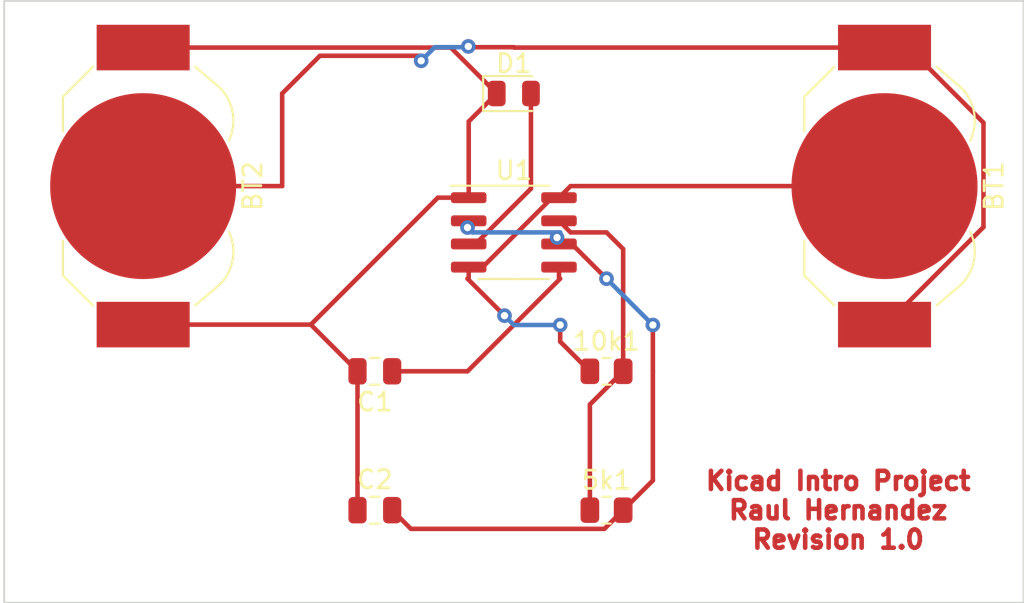
<source format=kicad_pcb>
(kicad_pcb (version 20211014) (generator pcbnew)
  (layers (0 "F.Cu" signal) (31 "B.Cu" signal) (34 "B.Paste" user) (35 "F.Paste" user) (36 "B.SilkS" user "B.Silkscreen") (37 "F.SilkS" user "F.Silkscreen") (38 "B.Mask" user) (39 "F.Mask" user) (44 "Edge.Cuts" user))
  (net 0 "")
  (net 1 "Net-(5k1-Pad1)")
  (net 2 "Net-(C2-Pad2)")
  (net 3 "VCC")
  (net 4 "Net-(BT1-Pad1)")
  (net 5 "GND")
  (net 6 "Net-(C1-Pad1)")
  (net 7 "Net-(U1-Pad3)")
  (footprint "Resistor_SMD:R_0805_2012Metric" (layer "F.Cu") (at 180.34 81.28)
    (fp_text reference "10k1" (at 0 -1.65) (layer "F.SilkS"))
    (fp_text value "10000")
    (fp_line (start -0.227064 0.735) (end 0.227064 0.735) (layer "F.SilkS") (width 0.12))
    (fp_line (start -0.227064 -0.735) (end 0.227064 -0.735) (layer "F.SilkS") (width 0.12))
    (pad "1" smd roundrect (at -0.9125 0) (size 1.025 1.4) (layers "F.Cu" "F.Paste" "F.Mask") (roundrect_rratio 0.243902439) (net 3 "VCC"))
    (pad "2" smd roundrect (at 0.9125 0) (size 1.025 1.4) (layers "F.Cu" "F.Paste" "F.Mask") (roundrect_rratio 0.243902439) (net 1 "Net-(5k1-Pad1)"))
  )
  (footprint "Battery:BatteryHolder_LINX_BAT-HLD-012-SMT" (layer "F.Cu") (at 154.94 71.12 90)
    (fp_text reference "BT2" (at 0 6 90) (layer "F.SilkS"))
    (fp_text value "3V")
    (fp_line (start -6.55 2.85) (end -5.4 4.2) (layer "F.SilkS") (width 0.12))
    (fp_line (start 6.55 2.85) (end 5.4 4.2) (layer "F.SilkS") (width 0.12))
    (fp_line (start 4.9 -4.4) (end 6.55 -2.75) (layer "F.SilkS") (width 0.12))
    (fp_line (start -4.9 -4.4) (end -3 -4.4) (layer "F.SilkS") (width 0.12))
    (fp_line (start 4.9 -4.4) (end 3 -4.4) (layer "F.SilkS") (width 0.12))
    (fp_line (start -6.55 -2.75) (end -4.9 -4.4) (layer "F.SilkS") (width 0.12))
    (fp_arc (start -2.504098 4.697607) (mid -4.031094 4.908816) (end -5.4 4.2) (layer "F.SilkS") (width 0.12))
    (fp_arc (start 5.4 4.2) (mid 4.029781 4.909041) (end 2.501694 4.696459) (layer "F.SilkS") (width 0.12))
    (pad "1" smd rect (at 7.6 0 90) (size 2.5 5.1) (layers "F.Cu" "F.Paste" "F.Mask") (net 5 "GND"))
    (pad "1" smd rect (at -7.6 0 90) (size 2.5 5.1) (layers "F.Cu" "F.Paste" "F.Mask") (net 5 "GND"))
    (pad "2" smd circle (at 0 0 90) (size 10.2 10.2) (layers "F.Cu" "F.Mask") (net 4 "Net-(BT1-Pad1)"))
  )
  (footprint "LED_SMD:LED_0805_2012Metric" (layer "F.Cu") (at 175.26 66.04)
    (fp_text reference "D1" (at 0 -1.65) (layer "F.SilkS"))
    (fp_text value "LED")
    (fp_line (start -1.685 -0.96) (end -1.685 0.96) (layer "F.SilkS") (width 0.12))
    (fp_line (start 1 -0.96) (end -1.685 -0.96) (layer "F.SilkS") (width 0.12))
    (fp_line (start -1.685 0.96) (end 1 0.96) (layer "F.SilkS") (width 0.12))
    (pad "1" smd roundrect (at -0.9375 0) (size 0.975 1.4) (layers "F.Cu" "F.Paste" "F.Mask") (net 5 "GND"))
    (pad "2" smd roundrect (at 0.9375 0) (size 0.975 1.4) (layers "F.Cu" "F.Paste" "F.Mask") (net 7 "Net-(U1-Pad3)"))
  )
  (footprint "Capacitor_SMD:C_0805_2012Metric" (layer "F.Cu") (at 167.64 81.28 180)
    (fp_text reference "C1" (at 0 -1.68) (layer "F.SilkS"))
    (fp_text value "0.01µF")
    (fp_line (start -0.261252 -0.735) (end 0.261252 -0.735) (layer "F.SilkS") (width 0.12))
    (fp_line (start -0.261252 0.735) (end 0.261252 0.735) (layer "F.SilkS") (width 0.12))
    (pad "1" smd roundrect (at -0.95 0 180) (size 1 1.45) (layers "F.Cu" "F.Paste" "F.Mask") (net 6 "Net-(C1-Pad1)"))
    (pad "2" smd roundrect (at 0.95 0 180) (size 1 1.45) (layers "F.Cu" "F.Paste" "F.Mask") (net 5 "GND"))
  )
  (footprint "Package_SO:SOIC-8_3.9x4.9mm_P1.27mm" (layer "F.Cu") (at 175.26 73.66)
    (fp_text reference "U1" (at 0 -3.4) (layer "F.SilkS"))
    (fp_text value "LM555xM")
    (fp_line (start 0 2.56) (end -1.95 2.56) (layer "F.SilkS") (width 0.12))
    (fp_line (start 0 -2.56) (end -3.45 -2.56) (layer "F.SilkS") (width 0.12))
    (fp_line (start 0 2.56) (end 1.95 2.56) (layer "F.SilkS") (width 0.12))
    (fp_line (start 0 -2.56) (end 1.95 -2.56) (layer "F.SilkS") (width 0.12))
    (pad "1" smd roundrect (at -2.475 -1.905) (size 1.95 0.6) (layers "F.Cu" "F.Paste" "F.Mask") (net 5 "GND"))
    (pad "2" smd roundrect (at -2.475 -0.635) (size 1.95 0.6) (layers "F.Cu" "F.Paste" "F.Mask") (net 2 "Net-(C2-Pad2)"))
    (pad "3" smd roundrect (at -2.475 0.635) (size 1.95 0.6) (layers "F.Cu" "F.Paste" "F.Mask") (net 7 "Net-(U1-Pad3)"))
    (pad "4" smd roundrect (at -2.475 1.905) (size 1.95 0.6) (layers "F.Cu" "F.Paste" "F.Mask") (net 3 "VCC"))
    (pad "5" smd roundrect (at 2.475 1.905) (size 1.95 0.6) (layers "F.Cu" "F.Paste" "F.Mask") (net 6 "Net-(C1-Pad1)"))
    (pad "6" smd roundrect (at 2.475 0.635) (size 1.95 0.6) (layers "F.Cu" "F.Paste" "F.Mask") (net 2 "Net-(C2-Pad2)"))
    (pad "7" smd roundrect (at 2.475 -0.635) (size 1.95 0.6) (layers "F.Cu" "F.Paste" "F.Mask") (net 1 "Net-(5k1-Pad1)"))
    (pad "8" smd roundrect (at 2.475 -1.905) (size 1.95 0.6) (layers "F.Cu" "F.Paste" "F.Mask") (net 3 "VCC"))
  )
  (footprint "Capacitor_SMD:C_0805_2012Metric" (layer "F.Cu") (at 167.64 88.9)
    (fp_text reference "C2" (at 0 -1.68) (layer "F.SilkS"))
    (fp_text value "10uF")
    (fp_line (start -0.261252 -0.735) (end 0.261252 -0.735) (layer "F.SilkS") (width 0.12))
    (fp_line (start -0.261252 0.735) (end 0.261252 0.735) (layer "F.SilkS") (width 0.12))
    (pad "1" smd roundrect (at -0.95 0) (size 1 1.45) (layers "F.Cu" "F.Paste" "F.Mask") (net 5 "GND"))
    (pad "2" smd roundrect (at 0.95 0) (size 1 1.45) (layers "F.Cu" "F.Paste" "F.Mask") (net 2 "Net-(C2-Pad2)"))
  )
  (footprint "Battery:BatteryHolder_LINX_BAT-HLD-012-SMT" (layer "F.Cu") (at 195.58 71.12 90)
    (fp_text reference "BT1" (at 0 6 90) (layer "F.SilkS"))
    (fp_text value "3V")
    (fp_line (start 4.9 -4.4) (end 3 -4.4) (layer "F.SilkS") (width 0.12))
    (fp_line (start -6.55 2.85) (end -5.4 4.2) (layer "F.SilkS") (width 0.12))
    (fp_line (start 6.55 2.85) (end 5.4 4.2) (layer "F.SilkS") (width 0.12))
    (fp_line (start 4.9 -4.4) (end 6.55 -2.75) (layer "F.SilkS") (width 0.12))
    (fp_line (start -6.55 -2.75) (end -4.9 -4.4) (layer "F.SilkS") (width 0.12))
    (fp_line (start -4.9 -4.4) (end -3 -4.4) (layer "F.SilkS") (width 0.12))
    (fp_arc (start 5.4 4.2) (mid 4.029781 4.909041) (end 2.501694 4.696459) (layer "F.SilkS") (width 0.12))
    (fp_arc (start -2.504098 4.697607) (mid -4.031094 4.908816) (end -5.4 4.2) (layer "F.SilkS") (width 0.12))
    (pad "1" smd rect (at 7.6 0 90) (size 2.5 5.1) (layers "F.Cu" "F.Paste" "F.Mask") (net 4 "Net-(BT1-Pad1)"))
    (pad "1" smd rect (at -7.6 0 90) (size 2.5 5.1) (layers "F.Cu" "F.Paste" "F.Mask") (net 4 "Net-(BT1-Pad1)"))
    (pad "2" smd circle (at 0 0 90) (size 10.2 10.2) (layers "F.Cu" "F.Mask") (net 3 "VCC"))
  )
  (footprint "Resistor_SMD:R_0805_2012Metric" (layer "F.Cu") (at 180.34 88.9)
    (fp_text reference "5k1" (at 0 -1.65) (layer "F.SilkS"))
    (fp_text value "5000")
    (fp_line (start -0.227064 0.735) (end 0.227064 0.735) (layer "F.SilkS") (width 0.12))
    (fp_line (start -0.227064 -0.735) (end 0.227064 -0.735) (layer "F.SilkS") (width 0.12))
    (pad "1" smd roundrect (at -0.9125 0) (size 1.025 1.4) (layers "F.Cu" "F.Paste" "F.Mask") (roundrect_rratio 0.243902439) (net 1 "Net-(5k1-Pad1)"))
    (pad "2" smd roundrect (at 0.9125 0) (size 1.025 1.4) (layers "F.Cu" "F.Paste" "F.Mask") (roundrect_rratio 0.243902439) (net 2 "Net-(C2-Pad2)"))
  )
  (gr_rect (start 147.32 60.96) (end 203.2 93.98) (layer "Edge.Cuts") (width 0.1) (fill none))
  (gr_text "Kicad Intro Project\nRaul Hernandez\nRevision 1.0\n" (at 193.04 88.9) (layer "F.Cu") (effects (font (size 1 1) (thickness 0.25))))
  (segment (start 179.4275 83.105) (end 181.2525 81.28) (width 0.25) (layer "F.Cu") (net 1))
  (segment (start 177.735 73.025) (end 178.37 73.66) (width 0.25) (layer "F.Cu") (net 1))
  (segment (start 178.37 73.66) (end 180.34 73.66) (width 0.25) (layer "F.Cu") (net 1))
  (segment (start 179.4275 88.9) (end 179.4275 83.105) (width 0.25) (layer "F.Cu") (net 1))
  (segment (start 181.2525 74.5725) (end 181.2525 81.28) (width 0.25) (layer "F.Cu") (net 1))
  (segment (start 180.34 73.66) (end 181.2525 74.5725) (width 0.25) (layer "F.Cu") (net 1))
  (segment (start 182.88 87.2725) (end 182.88 81.28) (width 0.25) (layer "F.Cu") (net 2))
  (segment (start 181.2525 88.9) (end 182.88 87.2725) (width 0.25) (layer "F.Cu") (net 2))
  (segment (start 177.735 74.295) (end 177.8 74.23) (width 0.25) (layer "F.Cu") (net 2))
  (segment (start 177.735 74.295) (end 178.435 74.295) (width 0.25) (layer "F.Cu") (net 2))
  (segment (start 172.785 73.025) (end 172.785 73.3305) (width 0.25) (layer "F.Cu") (net 2))
  (segment (start 178.435 74.295) (end 180.34 76.2) (width 0.25) (layer "F.Cu") (net 2))
  (segment (start 182.88 81.28) (end 182.88 78.74) (width 0.25) (layer "F.Cu") (net 2))
  (segment (start 177.627701 73.942299) (end 177.627701 74.187701) (width 0.25) (layer "F.Cu") (net 2))
  (segment (start 168.59 88.9) (end 169.615 89.925) (width 0.25) (layer "F.Cu") (net 2))
  (segment (start 177.627701 74.187701) (end 177.735 74.295) (width 0.25) (layer "F.Cu") (net 2))
  (segment (start 180.2275 89.925) (end 181.2525 88.9) (width 0.25) (layer "F.Cu") (net 2))
  (segment (start 172.785 73.3305) (end 172.72 73.3955) (width 0.25) (layer "F.Cu") (net 2))
  (segment (start 169.615 89.925) (end 180.2275 89.925) (width 0.25) (layer "F.Cu") (net 2))
  (via (at 182.88 78.74) (size 0.8) (drill 0.4) (layers "F.Cu" "B.Cu") (net 2))
  (via (at 177.627701 73.942299) (size 0.8) (drill 0.4) (layers "F.Cu" "B.Cu") (net 2))
  (via (at 180.34 76.2) (size 0.8) (drill 0.4) (layers "F.Cu" "B.Cu") (net 2))
  (via (at 172.72 73.3955) (size 0.8) (drill 0.4) (layers "F.Cu" "B.Cu") (net 2))
  (segment (start 182.88 78.74) (end 180.34 76.2) (width 0.25) (layer "B.Cu") (net 2))
  (segment (start 177.8 73.77) (end 177.627701 73.942299) (width 0.25) (layer "B.Cu") (net 2))
  (segment (start 177.8 73.66) (end 177.8 73.77) (width 0.25) (layer "B.Cu") (net 2))
  (segment (start 172.72 73.3955) (end 172.9845 73.66) (width 0.25) (layer "B.Cu") (net 2))
  (segment (start 172.9845 73.66) (end 177.8 73.66) (width 0.25) (layer "B.Cu") (net 2))
  (segment (start 178.37 71.12) (end 195.58 71.12) (width 0.25) (layer "F.Cu") (net 3))
  (segment (start 177.358249 71.755) (end 177.735 71.755) (width 0.25) (layer "F.Cu") (net 3))
  (segment (start 173.548249 75.565) (end 177.358249 71.755) (width 0.25) (layer "F.Cu") (net 3))
  (segment (start 177.735 71.755) (end 178.37 71.12) (width 0.25) (layer "F.Cu") (net 3))
  (segment (start 172.785 75.565) (end 172.785 76.135) (width 0.25) (layer "F.Cu") (net 3))
  (segment (start 177.8 79.6525) (end 179.109302 80.961802) (width 0.25) (layer "F.Cu") (net 3))
  (segment (start 172.785 75.565) (end 173.548249 75.565) (width 0.25) (layer "F.Cu") (net 3))
  (segment (start 177.8 78.74) (end 177.8 79.6525) (width 0.25) (layer "F.Cu") (net 3))
  (segment (start 172.72 76.2) (end 174.7477 78.2277) (width 0.25) (layer "F.Cu") (net 3))
  (segment (start 172.785 76.135) (end 172.72 76.2) (width 0.25) (layer "F.Cu") (net 3))
  (via (at 177.8 78.74) (size 0.8) (drill 0.4) (layers "F.Cu" "B.Cu") (net 3))
  (via (at 174.7477 78.2277) (size 0.8) (drill 0.4) (layers "F.Cu" "B.Cu") (net 3))
  (segment (start 174.7477 78.2277) (end 175.26 78.74) (width 0.25) (layer "B.Cu") (net 3))
  (segment (start 175.26 78.74) (end 177.8 78.74) (width 0.25) (layer "B.Cu") (net 3))
  (segment (start 170.18 63.97) (end 170.18 64.2445) (width 0.25) (layer "F.Cu") (net 4))
  (segment (start 162.56 66.04) (end 164.63 63.97) (width 0.25) (layer "F.Cu") (net 4))
  (segment (start 201.005 73.367109) (end 195.652109 78.72) (width 0.25) (layer "F.Cu") (net 4))
  (segment (start 195.58 63.52) (end 196.88 63.52) (width 0.25) (layer "F.Cu") (net 4))
  (segment (start 175.28 63.52) (end 175.26 63.5) (width 0.25) (layer "F.Cu") (net 4))
  (segment (start 154.94 71.12) (end 162.56 71.12) (width 0.25) (layer "F.Cu") (net 4))
  (segment (start 196.88 63.52) (end 201.005 67.645) (width 0.25) (layer "F.Cu") (net 4))
  (segment (start 172.807098 63.5) (end 172.763549 63.456451) (width 0.25) (layer "F.Cu") (net 4))
  (segment (start 201.005 67.645) (end 201.005 73.367109) (width 0.25) (layer "F.Cu") (net 4))
  (segment (start 195.652109 78.72) (end 195.58 78.72) (width 0.25) (layer "F.Cu") (net 4))
  (segment (start 164.63 63.97) (end 170.18 63.97) (width 0.25) (layer "F.Cu") (net 4))
  (segment (start 175.26 63.5) (end 172.807098 63.5) (width 0.25) (layer "F.Cu") (net 4))
  (segment (start 195.58 63.52) (end 175.28 63.52) (width 0.25) (layer "F.Cu") (net 4))
  (segment (start 162.56 71.12) (end 162.56 66.04) (width 0.25) (layer "F.Cu") (net 4))
  (via (at 172.763549 63.456451) (size 0.8) (drill 0.4) (layers "F.Cu" "B.Cu") (net 4))
  (via (at 170.18 64.2445) (size 0.8) (drill 0.4) (layers "F.Cu" "B.Cu") (net 4))
  (segment (start 172.72 63.5) (end 170.9245 63.5) (width 0.25) (layer "B.Cu") (net 4))
  (segment (start 170.18 64.2445) (end 170.9245 63.5) (width 0.25) (layer "B.Cu") (net 4))
  (segment (start 172.763549 63.456451) (end 172.72 63.5) (width 0.25) (layer "B.Cu") (net 4))
  (segment (start 164.13 78.72) (end 154.94 78.72) (width 0.25) (layer "F.Cu") (net 5))
  (segment (start 172.785 67.5775) (end 174.3225 66.04) (width 0.25) (layer "F.Cu") (net 5))
  (segment (start 166.69 81.28) (end 164.13 78.72) (width 0.25) (layer "F.Cu") (net 5))
  (segment (start 164.13 78.72) (end 171.095 71.755) (width 0.25) (layer "F.Cu") (net 5))
  (segment (start 166.69 81.28) (end 166.69 88.9) (width 0.25) (layer "F.Cu") (net 5))
  (segment (start 171.095 71.755) (end 172.785 71.755) (width 0.25) (layer "F.Cu") (net 5))
  (segment (start 171.8025 63.52) (end 174.3225 66.04) (width 0.25) (layer "F.Cu") (net 5))
  (segment (start 170.2 63.52) (end 171.8025 63.52) (width 0.25) (layer "F.Cu") (net 5))
  (segment (start 172.785 71.755) (end 172.785 67.5775) (width 0.25) (layer "F.Cu") (net 5))
  (segment (start 154.94 63.52) (end 170.2 63.52) (width 0.25) (layer "F.Cu") (net 5))
  (segment (start 168.59 81.28) (end 172.72 81.28) (width 0.25) (layer "F.Cu") (net 6))
  (segment (start 175.26 78.74) (end 177.8 76.2) (width 0.25) (layer "F.Cu") (net 6))
  (segment (start 172.72 81.28) (end 175.26 78.74) (width 0.25) (layer "F.Cu") (net 6))
  (segment (start 177.735 75.565) (end 177.735 76.135) (width 0.25) (layer "F.Cu") (net 6))
  (segment (start 173.161751 74.295) (end 176.1975 71.259251) (width 0.25) (layer "F.Cu") (net 7))
  (segment (start 176.1975 71.259251) (end 176.1975 66.04) (width 0.25) (layer "F.Cu") (net 7))
  (segment (start 172.785 74.295) (end 173.161751 74.295) (width 0.25) (layer "F.Cu") (net 7))
)
</source>
